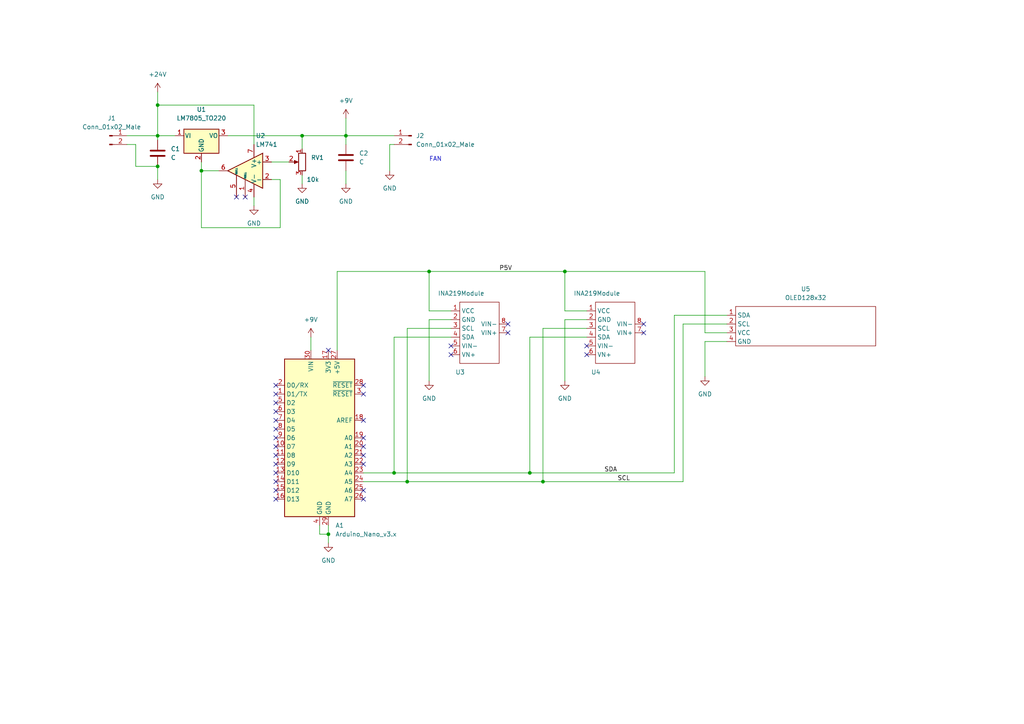
<source format=kicad_sch>
(kicad_sch (version 20211123) (generator eeschema)
  (paper "A4")
  (title_block (title "USB5V 3A 2 voies avec affichage du courant") (date "07/10/2022") (rev "1") (company "VOROBOTICS"))
  (lib_symbols
    (symbol "Amplifier_Operational:LM741" (pin_names (offset 0.127))
      (property "Reference" "U2" (at 3.0606 10.16 0))
      (property "Value" "LM741" (at 3.0606 7.62 0))
      (symbol "LM741_0_1"
        (polyline (pts (xy -5.08 5.08) (xy 5.08 0) (xy -5.08 -5.08) (xy -5.08 5.08)) (stroke (width 0.254)) (fill (type background)))
      )
      (symbol "LM741_1_1"
        (pin input line (at 0 -7.62 90) (length 5.08) (name "NULL") (number "1"))
        (pin input line (at -7.62 -2.54 0) (length 2.54) (name "-") (number "2"))
        (pin input line (at -7.62 2.54 0) (length 2.54) (name "+") (number "3"))
        (pin power_in line (at -2.54 -7.62 90) (length 3.81) (name "V-") (number "4"))
        (pin input line (at 2.54 -7.62 90) (length 6.35) (name "NULL") (number "5"))
        (pin power_out line (at 7.62 0 180) (length 2.54) (name "~") (number "6"))
        (pin power_in line (at -2.54 7.62 270) (length 3.81) (name "V+") (number "7"))
        (pin no_connect line (at 0 2.54 270) (length 2.54) hide (name "NC") (number "8"))
      )
    )
    (symbol "Conn_01x02_Male_1" (pin_names (offset 1.016) hide)
      (property "Reference" "J1" (at 0.635 5.08 0))
      (property "Value" "Conn_01x02_Male_1" (at 0.635 2.54 0))
      (symbol "Conn_01x02_Male_1_1_1"
        (polyline (pts (xy 1.27 -2.54) (xy 0.8636 -2.54)) (stroke (width 0.1524)))
        (polyline (pts (xy 1.27 0) (xy 0.8636 0)) (stroke (width 0.1524)))
        (rectangle (start 0.8636 -2.413) (end 0 -2.667) (stroke (width 0.1524)) (fill (type outline)))
        (rectangle (start 0.8636 0.127) (end 0 -0.127) (stroke (width 0.1524)) (fill (type outline)))
        (pin power_out line (at 5.08 0 180) (length 3.81) (name "Pin_1") (number "1"))
        (pin power_out line (at 5.08 -2.54 180) (length 3.81) (name "Pin_2") (number "2"))
      )
    )
    (symbol "Connector:Conn_01x02_Male" (pin_names (offset 1.016) hide)
      (property "Reference" "J" (at 0 2.54 0))
      (property "Value" "Conn_01x02_Male" (at 0 -5.08 0))
      (symbol "Conn_01x02_Male_1_1"
        (polyline (pts (xy 1.27 -2.54) (xy 0.8636 -2.54)) (stroke (width 0.1524)))
        (polyline (pts (xy 1.27 0) (xy 0.8636 0)) (stroke (width 0.1524)))
        (rectangle (start 0.8636 -2.413) (end 0 -2.667) (stroke (width 0.1524)) (fill (type outline)))
        (rectangle (start 0.8636 0.127) (end 0 -0.127) (stroke (width 0.1524)) (fill (type outline)))
        (pin passive line (at 5.08 0 180) (length 3.81) (name "Pin_1") (number "1"))
        (pin passive line (at 5.08 -2.54 180) (length 3.81) (name "Pin_2") (number "2"))
      )
    )
    (symbol "Device:C" (pin_numbers hide) (pin_names (offset 0.254))
      (property "Reference" "C" (at 0.635 2.54 0))
      (property "Value" "C" (at 0.635 -2.54 0))
      (symbol "C_0_1"
        (polyline (pts (xy -2.032 -0.762) (xy 2.032 -0.762)) (stroke (width 0.508)))
        (polyline (pts (xy -2.032 0.762) (xy 2.032 0.762)) (stroke (width 0.508)))
      )
      (symbol "C_1_1"
        (pin passive line (at 0 3.81 270) (length 2.794) (name "~") (number "1"))
        (pin passive line (at 0 -3.81 90) (length 2.794) (name "~") (number "2"))
      )
    )
    (symbol "Device:R_Potentiometer" (pin_names (offset 1.016) hide)
      (property "Reference" "RV" (at -4.445 0 90))
      (property "Value" "R_Potentiometer" (at -2.54 0 90))
      (symbol "R_Potentiometer_0_1"
        (polyline (pts (xy 2.54 0) (xy 1.524 0)))
        (polyline (pts (xy 1.143 0) (xy 2.286 0.508) (xy 2.286 -0.508) (xy 1.143 0)) (fill (type outline)))
        (rectangle (start 1.016 2.54) (end -1.016 -2.54) (stroke (width 0.254)))
      )
      (symbol "R_Potentiometer_1_1"
        (pin passive line (at 0 3.81 270) (length 1.27) (name "1") (number "1"))
        (pin passive line (at 3.81 0 180) (length 1.27) (name "2") (number "2"))
        (pin passive line (at 0 -3.81 90) (length 1.27) (name "3") (number "3"))
      )
    )
    (symbol "INA219Module_1"
      (property "Reference" "U" (at 0 -11.43 0))
      (property "Value" "INA219Module_1" (at 0 10.16 0))
      (symbol "INA219Module_1_0_1"
        (rectangle (start 2.54 7.62) (end 13.97 -10.16))
      )
      (symbol "INA219Module_1_1_1"
        (pin power_in line (at 0 5.08 0) (length 2.54) (name "VCC") (number "1"))
        (pin power_in line (at 0 2.54 0) (length 2.54) (name "GND") (number "2"))
        (pin input line (at 0 0 0) (length 2.54) (name "SCL") (number "3"))
        (pin input line (at 0 -2.54 0) (length 2.54) (name "SDA") (number "4"))
        (pin passive line (at 0 -5.08 0) (length 2.54) (name "VIN-") (number "5"))
        (pin passive line (at 0 -7.62 0) (length 2.54) (name "VN+") (number "6"))
        (pin passive line (at 16.51 -1.27 180) (length 2.54) (name "VIN+") (number "7"))
        (pin passive line (at 16.51 1.27 180) (length 2.54) (name "VIN-") (number "8"))
      )
    )
    (symbol "MCU_Module:Arduino_Nano_v3.x"
      (property "Reference" "A" (at -10.16 23.495 0))
      (property "Value" "Arduino_Nano_v3.x" (at 5.08 -24.13 0))
      (symbol "Arduino_Nano_v3.x_0_1"
        (rectangle (start -10.16 22.86) (end 10.16 -22.86) (stroke (width 0.254)) (fill (type background)))
      )
      (symbol "Arduino_Nano_v3.x_1_1"
        (pin bidirectional line (at -12.7 12.7 0) (length 2.54) (name "D1/TX") (number "1"))
        (pin bidirectional line (at -12.7 -2.54 0) (length 2.54) (name "D7") (number "10"))
        (pin bidirectional line (at -12.7 -5.08 0) (length 2.54) (name "D8") (number "11"))
        (pin bidirectional line (at -12.7 -7.62 0) (length 2.54) (name "D9") (number "12"))
        (pin bidirectional line (at -12.7 -10.16 0) (length 2.54) (name "D10") (number "13"))
        (pin bidirectional line (at -12.7 -12.7 0) (length 2.54) (name "D11") (number "14"))
        (pin bidirectional line (at -12.7 -15.24 0) (length 2.54) (name "D12") (number "15"))
        (pin bidirectional line (at -12.7 -17.78 0) (length 2.54) (name "D13") (number "16"))
        (pin power_out line (at 2.54 25.4 270) (length 2.54) (name "3V3") (number "17"))
        (pin input line (at 12.7 5.08 180) (length 2.54) (name "AREF") (number "18"))
        (pin bidirectional line (at 12.7 0 180) (length 2.54) (name "A0") (number "19"))
        (pin bidirectional line (at -12.7 15.24 0) (length 2.54) (name "D0/RX") (number "2"))
        (pin bidirectional line (at 12.7 -2.54 180) (length 2.54) (name "A1") (number "20"))
        (pin bidirectional line (at 12.7 -5.08 180) (length 2.54) (name "A2") (number "21"))
        (pin bidirectional line (at 12.7 -7.62 180) (length 2.54) (name "A3") (number "22"))
        (pin bidirectional line (at 12.7 -10.16 180) (length 2.54) (name "A4") (number "23"))
        (pin bidirectional line (at 12.7 -12.7 180) (length 2.54) (name "A5") (number "24"))
        (pin bidirectional line (at 12.7 -15.24 180) (length 2.54) (name "A6") (number "25"))
        (pin bidirectional line (at 12.7 -17.78 180) (length 2.54) (name "A7") (number "26"))
        (pin power_out line (at 5.08 25.4 270) (length 2.54) (name "+5V") (number "27"))
        (pin input line (at 12.7 15.24 180) (length 2.54) (name "~{RESET}") (number "28"))
        (pin power_in line (at 2.54 -25.4 90) (length 2.54) (name "GND") (number "29"))
        (pin input line (at 12.7 12.7 180) (length 2.54) (name "~{RESET}") (number "3"))
        (pin power_in line (at -2.54 25.4 270) (length 2.54) (name "VIN") (number "30"))
        (pin power_in line (at 0 -25.4 90) (length 2.54) (name "GND") (number "4"))
        (pin bidirectional line (at -12.7 10.16 0) (length 2.54) (name "D2") (number "5"))
        (pin bidirectional line (at -12.7 7.62 0) (length 2.54) (name "D3") (number "6"))
        (pin bidirectional line (at -12.7 5.08 0) (length 2.54) (name "D4") (number "7"))
        (pin bidirectional line (at -12.7 2.54 0) (length 2.54) (name "D5") (number "8"))
        (pin bidirectional line (at -12.7 0 0) (length 2.54) (name "D6") (number "9"))
      )
    )
    (symbol "Regulator_Linear:LM7805_TO220" (pin_names (offset 0.254))
      (property "Reference" "U" (at -3.81 3.175 0))
      (property "Value" "LM7805_TO220" (at 0 3.175 0))
      (symbol "LM7805_TO220_0_1"
        (rectangle (start -5.08 1.905) (end 5.08 -5.08) (stroke (width 0.254)) (fill (type background)))
      )
      (symbol "LM7805_TO220_1_1"
        (pin power_in line (at -7.62 0 0) (length 2.54) (name "VI") (number "1"))
        (pin power_in line (at 0 -7.62 90) (length 2.54) (name "GND") (number "2"))
        (pin power_out line (at 7.62 0 180) (length 2.54) (name "VO") (number "3"))
      )
    )
    (symbol "localLibUSB5V3A_v2:INA219Module"
      (property "Reference" "U" (at 0 -11.43 0))
      (property "Value" "INA219Module" (at 0 10.16 0))
      (symbol "INA219Module_0_1"
        (rectangle (start 2.54 7.62) (end 13.97 -10.16))
      )
      (symbol "INA219Module_1_1"
        (pin power_in line (at 0 5.08 0) (length 2.54) (name "VCC") (number "1"))
        (pin power_in line (at 0 2.54 0) (length 2.54) (name "GND") (number "2"))
        (pin input line (at 0 0 0) (length 2.54) (name "SCL") (number "3"))
        (pin input line (at 0 -2.54 0) (length 2.54) (name "SDA") (number "4"))
        (pin passive line (at 0 -5.08 0) (length 2.54) (name "VIN-") (number "5"))
        (pin passive line (at 0 -7.62 0) (length 2.54) (name "VN+") (number "6"))
        (pin passive line (at 16.51 -1.27 180) (length 2.54) (name "VIN+") (number "7"))
        (pin passive line (at 16.51 1.27 180) (length 2.54) (name "VIN-") (number "8"))
      )
    )
    (symbol "localLibUSB5V3A_v2:OLED128x32"
      (property "Reference" "U" (at 21.59 -7.62 0))
      (property "Value" "OLED128x32" (at 19.05 8.89 0))
      (symbol "OLED128x32_0_1"
        (rectangle (start 0 6.35) (end 40.64 -5.08))
      )
      (symbol "OLED128x32_1_1"
        (pin input line (at -2.54 3.81 0) (length 2.54) (name "SDA") (number "1"))
        (pin input line (at -2.54 1.27 0) (length 2.54) (name "SCL") (number "2"))
        (pin power_in line (at -2.54 -1.27 0) (length 2.54) (name "VCC") (number "3"))
        (pin power_in line (at -2.54 -3.81 0) (length 2.54) (name "GND") (number "4"))
      )
    )
    (symbol "power:+24V" (power) (pin_names (offset 0))
      (property "Value" "+24V" (at 0 3.556 0))
      (symbol "+24V_0_1"
        (polyline (pts (xy -0.762 1.27) (xy 0 2.54)))
        (polyline (pts (xy 0 0) (xy 0 2.54)))
        (polyline (pts (xy 0 2.54) (xy 0.762 1.27)))
      )
      (symbol "+24V_1_1"
        (pin power_in line (at 0 0 90) (length 0) hide (name "+24V") (number "1"))
      )
    )
    (symbol "power:+9V" (power) (pin_names (offset 0))
      (property "Value" "+9V" (at 0 3.556 0))
      (symbol "+9V_0_1"
        (polyline (pts (xy -0.762 1.27) (xy 0 2.54)))
        (polyline (pts (xy 0 0) (xy 0 2.54)))
        (polyline (pts (xy 0 2.54) (xy 0.762 1.27)))
      )
      (symbol "+9V_1_1"
        (pin power_in line (at 0 0 90) (length 0) hide (name "+9V") (number "1"))
      )
    )
    (symbol "power:GND" (power) (pin_names (offset 0))
      (property "Value" "GND" (at 0 -3.81 0))
      (symbol "GND_0_1"
        (polyline (pts (xy 0 0) (xy 0 -1.27) (xy 1.27 -1.27) (xy 0 -2.54) (xy -1.27 -1.27) (xy 0 -1.27)))
      )
      (symbol "GND_1_1"
        (pin power_in line (at 0 0 270) (length 0) hide (name "GND") (number "1"))
      )
    )
  )
  (junction (at 118.11 139.7))
  (junction (at 45.72 39.37))
  (junction (at 157.48 139.7))
  (junction (at 163.83 78.74))
  (junction (at 45.72 30.48))
  (junction (at 87.63 39.37))
  (junction (at 100.33 39.37))
  (junction (at 45.72 48.26))
  (junction (at 95.25 154.94))
  (junction (at 153.67 137.16))
  (junction (at 58.42 49.53))
  (junction (at 124.46 78.74))
  (junction (at 114.3 137.16))
  (no_connect (at 68.58 57.15))
  (no_connect (at 71.12 57.15))
  (no_connect (at 147.32 96.52))
  (no_connect (at 186.69 93.98))
  (no_connect (at 186.69 96.52))
  (no_connect (at 147.32 93.98))
  (no_connect (at 170.18 102.87))
  (no_connect (at 170.18 100.33))
  (no_connect (at 95.25 101.6))
  (no_connect (at 130.81 100.33))
  (no_connect (at 130.81 102.87))
  (no_connect (at 80.01 111.76))
  (no_connect (at 80.01 114.3))
  (no_connect (at 80.01 116.84))
  (no_connect (at 80.01 119.38))
  (no_connect (at 80.01 121.92))
  (no_connect (at 105.41 144.78))
  (no_connect (at 80.01 124.46))
  (no_connect (at 80.01 127))
  (no_connect (at 80.01 129.54))
  (no_connect (at 80.01 132.08))
  (no_connect (at 80.01 134.62))
  (no_connect (at 80.01 137.16))
  (no_connect (at 80.01 139.7))
  (no_connect (at 80.01 142.24))
  (no_connect (at 80.01 144.78))
  (no_connect (at 105.41 142.24))
  (no_connect (at 105.41 134.62))
  (no_connect (at 105.41 132.08))
  (no_connect (at 105.41 129.54))
  (no_connect (at 105.41 127))
  (no_connect (at 105.41 121.92))
  (no_connect (at 105.41 114.3))
  (no_connect (at 105.41 111.76))
  (wire (pts (xy 45.72 48.26) (xy 45.72 52.07)))
  (wire (pts (xy 163.83 90.17) (xy 163.83 78.74)))
  (wire (pts (xy 95.25 154.94) (xy 95.25 157.48)))
  (wire (pts (xy 124.46 90.17) (xy 130.81 90.17)))
  (wire (pts (xy 210.82 91.44) (xy 195.58 91.44)))
  (wire (pts (xy 81.28 52.07) (xy 81.28 66.04)))
  (wire (pts (xy 130.81 95.25) (xy 118.11 95.25)))
  (wire (pts (xy 36.83 39.37) (xy 45.72 39.37)))
  (wire (pts (xy 124.46 92.71) (xy 124.46 110.49)))
  (wire (pts (xy 198.12 93.98) (xy 210.82 93.98)))
  (wire (pts (xy 124.46 78.74) (xy 163.83 78.74)))
  (wire (pts (xy 87.63 50.8) (xy 87.63 53.34)))
  (wire (pts (xy 36.83 41.91) (xy 39.37 41.91)))
  (wire (pts (xy 92.71 154.94) (xy 95.25 154.94)))
  (wire (pts (xy 170.18 90.17) (xy 163.83 90.17)))
  (wire (pts (xy 124.46 78.74) (xy 124.46 90.17)))
  (wire (pts (xy 100.33 34.29) (xy 100.33 39.37)))
  (wire (pts (xy 97.79 78.74) (xy 124.46 78.74)))
  (wire (pts (xy 170.18 95.25) (xy 157.48 95.25)))
  (wire (pts (xy 118.11 139.7) (xy 157.48 139.7)))
  (wire (pts (xy 113.03 41.91) (xy 114.3 41.91)))
  (wire (pts (xy 100.33 49.53) (xy 100.33 53.34)))
  (wire (pts (xy 97.79 101.6) (xy 97.79 78.74)))
  (wire (pts (xy 118.11 95.25) (xy 118.11 139.7)))
  (wire (pts (xy 210.82 99.06) (xy 204.47 99.06)))
  (wire (pts (xy 153.67 97.79) (xy 153.67 137.16)))
  (wire (pts (xy 58.42 49.53) (xy 58.42 46.99)))
  (wire (pts (xy 130.81 92.71) (xy 124.46 92.71)))
  (wire (pts (xy 204.47 99.06) (xy 204.47 109.22)))
  (wire (pts (xy 87.63 39.37) (xy 87.63 43.18)))
  (wire (pts (xy 58.42 66.04) (xy 81.28 66.04)))
  (wire (pts (xy 45.72 39.37) (xy 50.8 39.37)))
  (wire (pts (xy 66.04 39.37) (xy 87.63 39.37)))
  (wire (pts (xy 58.42 66.04) (xy 58.42 49.53)))
  (wire (pts (xy 113.03 49.53) (xy 113.03 41.91)))
  (wire (pts (xy 73.66 41.91) (xy 73.66 30.48)))
  (wire (pts (xy 153.67 137.16) (xy 114.3 137.16)))
  (wire (pts (xy 170.18 92.71) (xy 163.83 92.71)))
  (wire (pts (xy 100.33 39.37) (xy 100.33 41.91)))
  (wire (pts (xy 45.72 26.67) (xy 45.72 30.48)))
  (wire (pts (xy 204.47 78.74) (xy 163.83 78.74)))
  (wire (pts (xy 204.47 96.52) (xy 204.47 78.74)))
  (wire (pts (xy 73.66 30.48) (xy 45.72 30.48)))
  (wire (pts (xy 198.12 139.7) (xy 198.12 93.98)))
  (wire (pts (xy 73.66 57.15) (xy 73.66 59.69)))
  (wire (pts (xy 195.58 91.44) (xy 195.58 137.16)))
  (wire (pts (xy 95.25 152.4) (xy 95.25 154.94)))
  (wire (pts (xy 45.72 30.48) (xy 45.72 39.37)))
  (wire (pts (xy 100.33 39.37) (xy 114.3 39.37)))
  (wire (pts (xy 90.17 97.79) (xy 90.17 101.6)))
  (wire (pts (xy 195.58 137.16) (xy 153.67 137.16)))
  (wire (pts (xy 78.74 46.99) (xy 83.82 46.99)))
  (wire (pts (xy 170.18 97.79) (xy 153.67 97.79)))
  (wire (pts (xy 114.3 97.79) (xy 130.81 97.79)))
  (wire (pts (xy 39.37 41.91) (xy 39.37 48.26)))
  (wire (pts (xy 157.48 139.7) (xy 198.12 139.7)))
  (wire (pts (xy 63.5 49.53) (xy 58.42 49.53)))
  (wire (pts (xy 87.63 39.37) (xy 100.33 39.37)))
  (wire (pts (xy 210.82 96.52) (xy 204.47 96.52)))
  (wire (pts (xy 114.3 137.16) (xy 114.3 97.79)))
  (wire (pts (xy 105.41 137.16) (xy 114.3 137.16)))
  (wire (pts (xy 92.71 152.4) (xy 92.71 154.94)))
  (wire (pts (xy 81.28 52.07) (xy 78.74 52.07)))
  (wire (pts (xy 45.72 39.37) (xy 45.72 40.64)))
  (wire (pts (xy 163.83 92.71) (xy 163.83 110.49)))
  (wire (pts (xy 39.37 48.26) (xy 45.72 48.26)))
  (wire (pts (xy 157.48 95.25) (xy 157.48 139.7)))
  (wire (pts (xy 105.41 139.7) (xy 118.11 139.7)))
  (text "FAN" (at 124.46 46.99 0) (effects (font (size 1.27 1.27)) (justify left bottom)))
  (label "SDA" (at 175.26 137.16 0))
  (label "SCL" (at 179.07 139.7 0))
  (label "P5V" (at 144.78 78.74 0))
  (symbol (lib_id "MCU_Module:Arduino_Nano_v3.x") (at 92.71 127 0) (unit 1)
    (property "Reference" "A1" (at 97.2694 152.4 0) (effects (justify left)))
    (property "Value" "Arduino_Nano_v3.x" (at 97.2694 154.94 0) (effects (justify left)))
    (property "Footprint" "pcbLibUSB5V3A:Arduino_Nano" (effects hide))
    (property "Datasheet" "http://www.mouser.com/pdfdocs/Gravitech_Arduino_Nano3_0.pdf" (effects hide))
  )
  (symbol (lib_id "power:GND") (at 124.46 110.49 0) (unit 1)
    (property "Reference" "#PWR010" (effects hide))
    (property "Value" "GND" (at 124.46 115.57 0))
  )
  (symbol (lib_name "INA219Module_1") (lib_id "localLibUSB5V3A_v2:INA219Module") (at 170.18 95.25 0) (unit 1)
    (property "Reference" "U4" (at 171.45 107.95 0) (effects (justify left)))
    (property "Value" "INA219Module" (at 166.37 85.09 0) (effects (justify left)))
    (property "Footprint" "pcbLibUSB5V3A:INA219" (effects hide))
  )
  (symbol (lib_id "power:GND") (at 87.63 53.34 0) (unit 1)
    (property "Reference" "#PWR04" (effects hide))
    (property "Value" "GND" (at 87.63 58.42 0))
  )
  (symbol (lib_id "power:GND") (at 73.66 59.69 0) (unit 1)
    (property "Reference" "#PWR03" (effects hide))
    (property "Value" "GND" (at 73.66 64.77 0))
  )
  (symbol (lib_id "power:GND") (at 163.83 110.49 0) (unit 1)
    (property "Reference" "#PWR011" (effects hide))
    (property "Value" "GND" (at 163.83 115.57 0))
  )
  (symbol (lib_id "power:+9V") (at 100.33 34.29 0) (unit 1)
    (property "Reference" "#PWR07" (effects hide))
    (property "Value" "+9V" (at 100.33 29.21 0))
  )
  (symbol (lib_id "Device:R_Potentiometer") (at 87.63 46.99 0) (mirror y) (unit 1)
    (property "Reference" "RV1" (at 90.17 45.7199 0) (effects (justify right)))
    (property "Value" "10k" (at 88.9 52.07 0) (effects (justify right)))
    (property "Footprint" "pcbLibUSB5V3A:Potentiometer_Piher_PT-10-V10_Vertical" (effects hide))
  )
  (symbol (lib_id "Connector:Conn_01x02_Male") (at 119.38 39.37 0) (mirror y) (unit 1)
    (property "Reference" "J2" (at 120.65 39.3699 0) (effects (justify right)))
    (property "Value" "Conn_01x02_Male" (at 120.65 41.9099 0) (effects (justify right)))
    (property "Footprint" "pcbLibUSB5V3A:PinHeader_1x02_P2.54mm_Vertical" (effects hide))
  )
  (symbol (lib_id "power:+24V") (at 45.72 26.67 0) (unit 1)
    (property "Reference" "#PWR01" (effects hide))
    (property "Value" "+24V" (at 45.72 21.59 0))
  )
  (symbol (lib_name "Conn_01x02_Male_1") (lib_id "Connector:Conn_01x02_Male") (at 31.75 39.37 0) (unit 1)
    (property "Reference" "J1" (at 32.385 34.29 0))
    (property "Value" "Conn_01x02_Male" (at 32.385 36.83 0))
    (property "Footprint" "pcbLibUSB5V3A:PinHeader_1x02_P2.54mm_Vertical" (effects hide))
  )
  (symbol (lib_id "Regulator_Linear:LM7805_TO220") (at 58.42 39.37 0) (unit 1)
    (property "Reference" "U1" (at 58.42 31.75 0))
    (property "Value" "LM7805_TO220" (at 58.42 34.29 0))
    (property "Footprint" "pcbLibUSB5V3A:TO-220-3_Vertical" (effects hide))
    (property "Datasheet" "https://www.onsemi.cn/PowerSolutions/document/MC7800-D.PDF" (effects hide))
  )
  (symbol (lib_id "power:GND") (at 45.72 52.07 0) (unit 1)
    (property "Reference" "#PWR02" (effects hide))
    (property "Value" "GND" (at 45.72 57.15 0))
  )
  (symbol (lib_id "power:GND") (at 95.25 157.48 0) (unit 1)
    (property "Reference" "#PWR06" (effects hide))
    (property "Value" "GND" (at 95.25 162.56 0))
  )
  (symbol (lib_id "Device:C") (at 45.72 44.45 0) (unit 1)
    (property "Reference" "C1" (at 49.53 43.1799 0) (effects (justify left)))
    (property "Value" "C" (at 49.53 45.7199 0) (effects (justify left)))
    (property "Footprint" "Capacitor_THT:C_Disc_D3.0mm_W1.6mm_P2.50mm" (effects hide))
  )
  (symbol (lib_id "localLibUSB5V3A_v2:OLED128x32") (at 213.36 95.25 0) (unit 1)
    (property "Reference" "U5" (at 233.68 83.82 0))
    (property "Value" "OLED128x32" (at 233.68 86.36 0))
    (property "Footprint" "pcbLibUSB5V3A:OLED128x32" (effects hide))
  )
  (symbol (lib_id "power:+9V") (at 90.17 97.79 0) (unit 1)
    (property "Reference" "#PWR05" (effects hide))
    (property "Value" "+9V" (at 90.17 92.71 0))
  )
  (symbol (lib_id "power:GND") (at 204.47 109.22 0) (unit 1)
    (property "Reference" "#PWR012" (effects hide))
    (property "Value" "GND" (at 204.47 114.3 0))
  )
  (symbol (lib_id "Device:C") (at 100.33 45.72 0) (unit 1)
    (property "Reference" "C2" (at 104.14 44.4499 0) (effects (justify left)))
    (property "Value" "C" (at 104.14 46.9899 0) (effects (justify left)))
    (property "Footprint" "Capacitor_THT:C_Disc_D3.0mm_W1.6mm_P2.50mm" (effects hide))
  )
  (symbol (lib_id "localLibUSB5V3A_v2:INA219Module") (at 130.81 95.25 0) (unit 1)
    (property "Reference" "U3" (at 132.08 107.95 0) (effects (justify left)))
    (property "Value" "INA219Module" (at 127 85.09 0) (effects (justify left)))
    (property "Footprint" "pcbLibUSB5V3A:INA219" (effects hide))
  )
  (symbol (lib_id "Amplifier_Operational:LM741") (at 71.12 49.53 0) (mirror y) (unit 1)
    (property "Reference" "U2" (at 74.1806 39.37 0) (effects (justify right)))
    (property "Value" "LM741" (at 74.1806 41.91 0) (effects (justify right)))
    (property "Footprint" "pcbLibUSB5V3A:DIP-8_W7.62mm" (effects hide))
    (property "Datasheet" "http://www.ti.com/lit/ds/symlink/lm741.pdf" (effects hide))
  )
  (symbol (lib_id "power:GND") (at 100.33 53.34 0) (unit 1)
    (property "Reference" "#PWR08" (effects hide))
    (property "Value" "GND" (at 100.33 58.42 0))
  )
  (symbol (lib_id "power:GND") (at 113.03 49.53 0) (unit 1)
    (property "Reference" "#PWR09" (effects hide))
    (property "Value" "GND" (at 113.03 54.61 0))
  )
)
</source>
